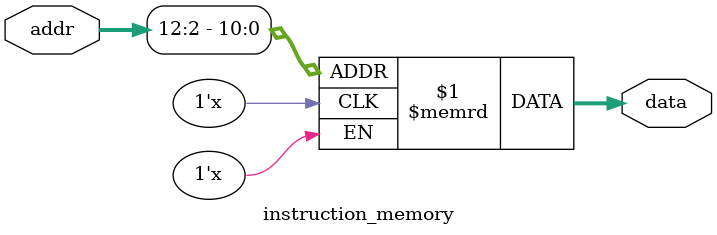
<source format=v>
module instruction_memory (
    input  wire [31:0] addr,
    output wire [31:0] data
);
    // 2048-entry, 32-bit wide memory (8KB) - Increased Size
    reg [31:0] memory [2047:0];

    // Read uses 11 address bits [12:2] for 2048 words
    assign data = memory[addr[12:2]];

endmodule

</source>
